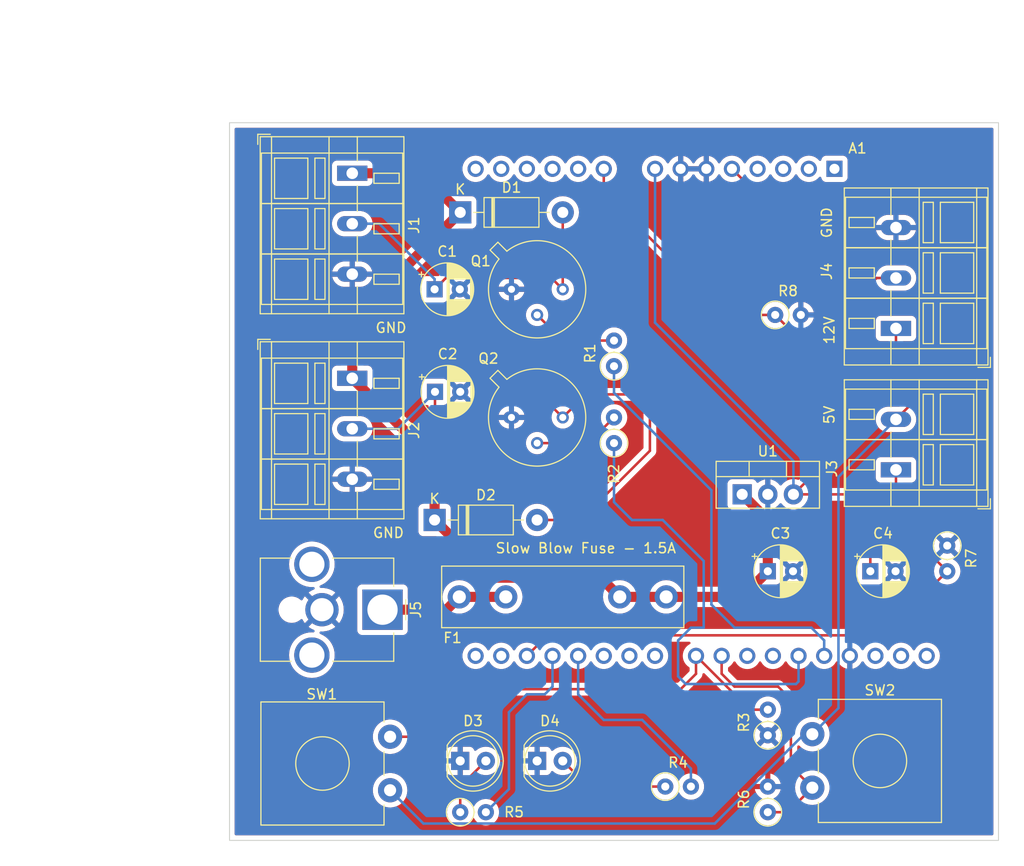
<source format=kicad_pcb>
(kicad_pcb (version 20211014) (generator pcbnew)
  (layers (0 "F.Cu" signal) (31 "B.Cu" signal) (34 "B.Paste" user) (35 "F.Paste" user) (36 "B.SilkS" user "B.Silkscreen") (37 "F.SilkS" user "F.Silkscreen") (38 "B.Mask" user) (39 "F.Mask" user) (44 "Edge.Cuts" user))
  (net 0 "")
  (net 11 "Net-(A1-Pad17)")
  (net 12 "Net-(A1-Pad18)")
  (net 13 "Net-(A1-Pad19)")
  (net 15 "Net-(A1-Pad23)")
  (net 16 "GND")
  (net 19 "+12V")
  (net 20 "Net-(A1-Pad28)")
  (net 24 "Net-(C1-Pad1)")
  (net 26 "Net-(A1-Pad24)")
  (net 27 "Net-(A1-Pad27)")
  (net 28 "Net-(Q1-Pad2)")
  (net 29 "+24V")
  (net 30 "Net-(Q2-Pad2)")
  (net 33 "Net-(D3-Pad2)")
  (net 34 "Net-(D4-Pad2)")
  (net 35 "Net-(C2-Pad1)")
  (net 36 "+5V")
  (net 37 "Net-(F1-Pad1)")
  (net 38 "Net-(J4-Pad2)")
  (footprint "Resistor_THT:R_Axial_DIN0207_L6.3mm_D2.5mm_P2.54mm_Vertical" (layer "F.Cu") (at 119.38 116.586)
    (fp_text reference "R5" (at 5.334 0) (layer "F.SilkS"))
    (fp_text value "220")
    (pad "1" thru_hole circle (at 0 0) (size 1.6 1.6) (drill 0.8) (layers *.Cu *.Mask) (net 33 "Net-(D3-Pad2)"))
    (pad "2" thru_hole oval (at 2.54 0) (size 1.6 1.6) (drill 0.8) (layers *.Cu *.Mask) (net 12 "Net-(A1-Pad18)"))
  )
  (footprint "TerminalBlock_WAGO:TerminalBlock_WAGO_236-102_1x02_P5.00mm_45Degree" (layer "F.Cu") (at 162.56 82.66 90)
    (fp_text reference "J3" (at 0.11 -6.35 90) (layer "F.SilkS"))
    (fp_text value "Screw_Terminal_01x02")
    (pad "1" thru_hole rect (at 0 0 90) (size 1.5 3) (drill 1.15) (layers *.Cu *.Mask) (net 11 "Net-(A1-Pad17)"))
    (pad "2" thru_hole oval (at 5 0 90) (size 1.5 3) (drill 1.15) (layers *.Cu *.Mask) (net 36 "+5V"))
  )
  (footprint "Resistor_THT:R_Axial_DIN0207_L6.3mm_D2.5mm_P2.54mm_Vertical" (layer "F.Cu") (at 167.64 90.17 -90)
    (fp_text reference "R7" (at 1.27 -2.37 90) (layer "F.SilkS"))
    (fp_text value "10k")
    (pad "1" thru_hole circle (at 0 0 270) (size 1.6 1.6) (drill 0.8) (layers *.Cu *.Mask) (net 16 "GND"))
    (pad "2" thru_hole oval (at 2.54 0 270) (size 1.6 1.6) (drill 0.8) (layers *.Cu *.Mask) (net 11 "Net-(A1-Pad17)"))
  )
  (footprint "Resistor_THT:R_Axial_DIN0207_L6.3mm_D2.5mm_P2.54mm_Vertical" (layer "F.Cu") (at 134.62 72.39 90)
    (fp_text reference "R1" (at 1.27 -2.37 90) (layer "F.SilkS"))
    (fp_text value "365")
    (pad "1" thru_hole circle (at 0 0 90) (size 1.6 1.6) (drill 0.8) (layers *.Cu *.Mask) (net 20 "Net-(A1-Pad28)"))
    (pad "2" thru_hole oval (at 2.54 0 90) (size 1.6 1.6) (drill 0.8) (layers *.Cu *.Mask) (net 28 "Net-(Q1-Pad2)"))
  )
  (footprint "Package_TO_SOT_THT:TO-220-3_Vertical" (layer "F.Cu") (at 147.32 85.09)
    (fp_text reference "U1" (at 2.54 -4.27) (layer "F.SilkS"))
    (fp_text value "N7812-1C")
    (pad "1" thru_hole rect (at 0 0) (size 1.905 2) (drill 1.1) (layers *.Cu *.Mask) (net 29 "+24V"))
    (pad "2" thru_hole oval (at 2.54 0) (size 1.905 2) (drill 1.1) (layers *.Cu *.Mask) (net 16 "GND"))
    (pad "3" thru_hole oval (at 5.08 0) (size 1.905 2) (drill 1.1) (layers *.Cu *.Mask) (net 19 "+12V"))
  )
  (footprint "Resistor_THT:R_Axial_DIN0207_L6.3mm_D2.5mm_P2.54mm_Vertical" (layer "F.Cu") (at 149.86 108.966 90)
    (fp_text reference "R3" (at 1.27 -2.37 90) (layer "F.SilkS"))
    (fp_text value "10k")
    (pad "1" thru_hole circle (at 0 0 90) (size 1.6 1.6) (drill 0.8) (layers *.Cu *.Mask) (net 16 "GND"))
    (pad "2" thru_hole oval (at 2.54 0 90) (size 1.6 1.6) (drill 0.8) (layers *.Cu *.Mask) (net 15 "Net-(A1-Pad23)"))
  )
  (footprint "Button_Switch_THT:SW_CW_GPTS203211B" (layer "F.Cu") (at 154.27 108.856)
    (fp_text reference "SW2" (at 6.7 -4.35) (layer "F.SilkS"))
    (fp_text value "SW_Push")
    (pad "1" thru_hole circle (at 0 0) (size 2.4 2.4) (drill 1.2) (layers *.Cu *.Mask) (net 36 "+5V"))
    (pad "2" thru_hole circle (at 0 5.3) (size 2.4 2.4) (drill 1.2) (layers *.Cu *.Mask) (net 26 "Net-(A1-Pad24)"))
  )
  (footprint "TerminalBlock_WAGO:TerminalBlock_WAGO_236-103_1x03_P5.00mm_45Degree" (layer "F.Cu") (at 108.68 73.59 -90)
    (fp_text reference "J2" (at 5.15 -6.12 90) (layer "F.SilkS"))
    (fp_text value "Screw_Terminal_01x03")
    (pad "1" thru_hole rect (at 0 0 270) (size 1.5 3) (drill 1.15) (layers *.Cu *.Mask) (net 29 "+24V"))
    (pad "2" thru_hole oval (at 5 0 270) (size 1.5 3) (drill 1.15) (layers *.Cu *.Mask) (net 35 "Net-(C2-Pad1)"))
    (pad "3" thru_hole oval (at 10 0 270) (size 1.5 3) (drill 1.15) (layers *.Cu *.Mask) (net 16 "GND"))
  )
  (footprint "Resistor_THT:R_Axial_DIN0207_L6.3mm_D2.5mm_P2.54mm_Vertical" (layer "F.Cu") (at 139.7 114.046)
    (fp_text reference "R4" (at 1.27 -2.37) (layer "F.SilkS"))
    (fp_text value "220")
    (pad "1" thru_hole circle (at 0 0) (size 1.6 1.6) (drill 0.8) (layers *.Cu *.Mask) (net 34 "Net-(D4-Pad2)"))
    (pad "2" thru_hole oval (at 2.54 0) (size 1.6 1.6) (drill 0.8) (layers *.Cu *.Mask) (net 13 "Net-(A1-Pad19)"))
  )
  (footprint "Button_Switch_THT:SW_CW_GPTS203211B" (layer "F.Cu") (at 112.43 114.41 180)
    (fp_text reference "SW1" (at 6.766 9.508) (layer "F.SilkS"))
    (fp_text value "SW_Push")
    (pad "1" thru_hole circle (at 0 0 180) (size 2.4 2.4) (drill 1.2) (layers *.Cu *.Mask) (net 36 "+5V"))
    (pad "2" thru_hole circle (at 0 5.3 180) (size 2.4 2.4) (drill 1.2) (layers *.Cu *.Mask) (net 15 "Net-(A1-Pad23)"))
  )
  (footprint "Diode_THT:D_DO-41_SOD81_P10.16mm_Horizontal" (layer "F.Cu") (at 116.84 87.63)
    (fp_text reference "D2" (at 5.08 -2.47) (layer "F.SilkS"))
    (fp_text value "1N4007")
    (fp_text user "K" (at 0 -2.1) (layer "F.SilkS"))
    (pad "1" thru_hole rect (at 0 0) (size 2.2 2.2) (drill 1.1) (layers *.Cu *.Mask) (net 29 "+24V"))
    (pad "2" thru_hole oval (at 10.16 0) (size 2.2 2.2) (drill 1.1) (layers *.Cu *.Mask) (net 35 "Net-(C2-Pad1)"))
  )
  (footprint "Capacitor_THT:CP_Radial_D5.0mm_P2.50mm" (layer "F.Cu") (at 160.02 92.71)
    (fp_text reference "C4" (at 1.25 -3.75) (layer "F.SilkS"))
    (fp_text value "22uF")
    (pad "1" thru_hole rect (at 0 0) (size 1.6 1.6) (drill 0.8) (layers *.Cu *.Mask) (net 19 "+12V"))
    (pad "2" thru_hole circle (at 2.5 0) (size 1.6 1.6) (drill 0.8) (layers *.Cu *.Mask) (net 16 "GND"))
  )
  (footprint "Package_TO_SOT_THT:TO-39-3" (layer "F.Cu") (at 124.46 64.77)
    (fp_text reference "Q1" (at -3.048 -2.794) (layer "F.SilkS"))
    (fp_text value "2N2219")
    (pad "1" thru_hole oval (at 0 0) (size 1.6 1.2) (drill 0.7) (layers *.Cu *.Mask) (net 16 "GND"))
    (pad "2" thru_hole oval (at 2.54 2.54) (size 1.2 1.2) (drill 0.7) (layers *.Cu *.Mask) (net 28 "Net-(Q1-Pad2)"))
    (pad "3" thru_hole oval (at 5.08 0) (size 1.2 1.2) (drill 0.7) (layers *.Cu *.Mask) (net 24 "Net-(C1-Pad1)"))
  )
  (footprint "LED_THT:LED_D5.0mm" (layer "F.Cu") (at 127 111.506)
    (fp_text reference "D4" (at 1.27 -3.96) (layer "F.SilkS"))
    (fp_text value "LED - 2V")
    (pad "1" thru_hole rect (at 0 0) (size 1.8 1.8) (drill 0.9) (layers *.Cu *.Mask) (net 16 "GND"))
    (pad "2" thru_hole circle (at 2.54 0) (size 1.8 1.8) (drill 0.9) (layers *.Cu *.Mask) (net 34 "Net-(D4-Pad2)"))
  )
  (footprint "Capacitor_THT:CP_Radial_D5.0mm_P2.50mm" (layer "F.Cu") (at 149.86 92.71)
    (fp_text reference "C3" (at 1.25 -3.75) (layer "F.SilkS"))
    (fp_text value "10uF")
    (pad "1" thru_hole rect (at 0 0) (size 1.6 1.6) (drill 0.8) (layers *.Cu *.Mask) (net 29 "+24V"))
    (pad "2" thru_hole circle (at 2.5 0) (size 1.6 1.6) (drill 0.8) (layers *.Cu *.Mask) (net 16 "GND"))
  )
  (footprint "TerminalBlock_WAGO:TerminalBlock_WAGO_236-103_1x03_P5.00mm_45Degree" (layer "F.Cu") (at 162.56 68.65 90)
    (fp_text reference "J4" (at 5.658 -6.858 90) (layer "F.SilkS"))
    (fp_text value "Screw_Terminal_01x03 - Inputs")
    (pad "1" thru_hole rect (at 0 0 90) (size 1.5 3) (drill 1.15) (layers *.Cu *.Mask) (net 19 "+12V"))
    (pad "2" thru_hole oval (at 5 0 90) (size 1.5 3) (drill 1.15) (layers *.Cu *.Mask) (net 38 "Net-(J4-Pad2)"))
    (pad "3" thru_hole oval (at 10 0 90) (size 1.5 3) (drill 1.15) (layers *.Cu *.Mask) (net 16 "GND"))
  )
  (footprint "LED_THT:LED_D5.0mm" (layer "F.Cu") (at 119.38 111.506)
    (fp_text reference "D3" (at 1.27 -3.96) (layer "F.SilkS"))
    (fp_text value "LED - 2V")
    (pad "1" thru_hole rect (at 0 0) (size 1.8 1.8) (drill 0.9) (layers *.Cu *.Mask) (net 16 "GND"))
    (pad "2" thru_hole circle (at 2.54 0) (size 1.8 1.8) (drill 0.9) (layers *.Cu *.Mask) (net 33 "Net-(D3-Pad2)"))
  )
  (footprint "Capacitor_THT:CP_Radial_D5.0mm_P2.50mm" (layer "F.Cu") (at 116.84 64.77)
    (fp_text reference "C1" (at 1.25 -3.75) (layer "F.SilkS"))
    (fp_text value "0.01uF")
    (pad "1" thru_hole rect (at 0 0) (size 1.6 1.6) (drill 0.8) (layers *.Cu *.Mask) (net 24 "Net-(C1-Pad1)"))
    (pad "2" thru_hole circle (at 2.5 0) (size 1.6 1.6) (drill 0.8) (layers *.Cu *.Mask) (net 16 "GND"))
  )
  (footprint "Fuse:Fuseholder_Littelfuse_100_series_5x20mm" (layer "F.Cu") (at 119.29 95.25)
    (fp_text reference "F1" (at -0.672 4.064 unlocked) (layer "F.SilkS"))
    (fp_text value "Slow Blow Fuse - 1.5A" (at 12.536 -4.826 unlocked) (layer "F.SilkS"))
    (pad "1" thru_hole circle (at 0 0) (size 2.3 2.3) (drill 1.3) (layers *.Cu *.Mask) (net 37 "Net-(F1-Pad1)"))
    (pad "1" thru_hole circle (at 4.6 0) (size 2.3 2.3) (drill 1.3) (layers *.Cu *.Mask) (net 37 "Net-(F1-Pad1)"))
    (pad "2" thru_hole circle (at 15.9 0) (size 2.3 2.3) (drill 1.3) (layers *.Cu *.Mask) (net 29 "+24V"))
    (pad "2" thru_hole circle (at 20.5 0) (size 2.3 2.3) (drill 1.3) (layers *.Cu *.Mask) (net 29 "+24V"))
  )
  (footprint "Resistor_THT:R_Axial_DIN0207_L6.3mm_D2.5mm_P2.54mm_Vertical" (layer "F.Cu") (at 134.62 80.01 90)
    (fp_text reference "R2" (at -3.048 0 90) (layer "F.SilkS"))
    (fp_text value "365")
    (pad "1" thru_hole circle (at 0 0 90) (size 1.6 1.6) (drill 0.8) (layers *.Cu *.Mask) (net 27 "Net-(A1-Pad27)"))
    (pad "2" thru_hole oval (at 2.54 0 90) (size 1.6 1.6) (drill 0.8) (layers *.Cu *.Mask) (net 30 "Net-(Q2-Pad2)"))
  )
  (footprint "TerminalBlock_WAGO:TerminalBlock_WAGO_236-103_1x03_P5.00mm_45Degree" (layer "F.Cu") (at 108.68 53.27 -90)
    (fp_text reference "J1" (at 5.15 -6.12 90) (layer "F.SilkS"))
    (fp_text value "Screw_Terminal_01x03")
    (pad "1" thru_hole rect (at 0 0 270) (size 1.5 3) (drill 1.15) (layers *.Cu *.Mask) (net 29 "+24V"))
    (pad "2" thru_hole oval (at 5 0 270) (size 1.5 3) (drill 1.15) (layers *.Cu *.Mask) (net 24 "Net-(C1-Pad1)"))
    (pad "3" thru_hole oval (at 10 0 270) (size 1.5 3) (drill 1.15) (layers *.Cu *.Mask) (net 16 "GND"))
  )
  (footprint "Connector_BarrelJack:BarrelJack_CUI_PJ-063AH_Horizontal_CircularHoles" (layer "F.Cu") (at 111.68 96.52 -90)
    (fp_text reference "J5" (at 0 -3.3 90) (layer "F.SilkS"))
    (fp_text value "Barrel_Jack")
    (pad "" np_thru_hole circle (at 0 9 270) (size 1.6 1.6) (drill 1.6) (layers *.Cu *.Mask))
    (pad "1" thru_hole rect (at 0 0 270) (size 4 4) (drill 3) (layers *.Cu *.Mask) (net 37 "Net-(F1-Pad1)"))
    (pad "2" thru_hole circle (at 0 6 270) (size 3.3 3.3) (drill 2.3) (layers *.Cu *.Mask) (net 16 "GND"))
    (pad "MP" thru_hole circle (at 4.5 7 270) (size 3.5 3.5) (drill 2.5) (layers *.Cu *.Mask))
    (pad "MP" thru_hole circle (at -4.5 7 270) (size 3.5 3.5) (drill 2.5) (layers *.Cu *.Mask))
  )
  (footprint "Diode_THT:D_DO-41_SOD81_P10.16mm_Horizontal" (layer "F.Cu") (at 119.38 57.15)
    (fp_text reference "D1" (at 5.08 -2.47) (layer "F.SilkS"))
    (fp_text value "1N4007")
    (fp_text user "K" (at 0 -2.286) (layer "F.SilkS"))
    (pad "1" thru_hole rect (at 0 0) (size 2.2 2.2) (drill 1.1) (layers *.Cu *.Mask) (net 29 "+24V"))
    (pad "2" thru_hole oval (at 10.16 0) (size 2.2 2.2) (drill 1.1) (layers *.Cu *.Mask) (net 24 "Net-(C1-Pad1)"))
  )
  (footprint "Package_TO_SOT_THT:TO-39-3" (layer "F.Cu") (at 124.46 77.47)
    (fp_text reference "Q2" (at -2.286 -5.842) (layer "F.SilkS"))
    (fp_text value "2N2219")
    (pad "1" thru_hole oval (at 0 0) (size 1.6 1.2) (drill 0.7) (layers *.Cu *.Mask) (net 16 "GND"))
    (pad "2" thru_hole oval (at 2.54 2.54) (size 1.2 1.2) (drill 0.7) (layers *.Cu *.Mask) (net 30 "Net-(Q2-Pad2)"))
    (pad "3" thru_hole oval (at 5.08 0) (size 1.2 1.2) (drill 0.7) (layers *.Cu *.Mask) (net 35 "Net-(C2-Pad1)"))
  )
  (footprint "Resistor_THT:R_Axial_DIN0207_L6.3mm_D2.5mm_P2.54mm_Vertical" (layer "F.Cu") (at 149.86 116.586 90)
    (fp_text reference "R6" (at 1.27 -2.37 90) (layer "F.SilkS"))
    (fp_text value "10k")
    (pad "1" thru_hole circle (at 0 0 90) (size 1.6 1.6) (drill 0.8) (layers *.Cu *.Mask) (net 26 "Net-(A1-Pad24)"))
    (pad "2" thru_hole oval (at 2.54 0 90) (size 1.6 1.6) (drill 0.8) (layers *.Cu *.Mask) (net 16 "GND"))
  )
  (footprint "Resistor_THT:R_Axial_DIN0207_L6.3mm_D2.5mm_P2.54mm_Vertical" (layer "F.Cu") (at 150.593 67.31)
    (fp_text reference "R8" (at 1.27 -2.37) (layer "F.SilkS"))
    (fp_text value "250")
    (pad "1" thru_hole circle (at 0 0) (size 1.6 1.6) (drill 0.8) (layers *.Cu *.Mask) (net 38 "Net-(J4-Pad2)"))
    (pad "2" thru_hole oval (at 2.54 0) (size 1.6 1.6) (drill 0.8) (layers *.Cu *.Mask) (net 16 "GND"))
  )
  (footprint "Capacitor_THT:CP_Radial_D5.0mm_P2.50mm" (layer "F.Cu") (at 116.88 74.93)
    (fp_text reference "C2" (at 1.25 -3.75) (layer "F.SilkS"))
    (fp_text value "0.01uF")
    (pad "1" thru_hole rect (at 0 0) (size 1.6 1.6) (drill 0.8) (layers *.Cu *.Mask) (net 35 "Net-(C2-Pad1)"))
    (pad "2" thru_hole circle (at 2.5 0) (size 1.6 1.6) (drill 0.8) (layers *.Cu *.Mask) (net 16 "GND"))
  )
  (footprint "Module:Arduino_UNO_R3" (layer "B.Cu") (at 156.466 52.832 180)
    (fp_text reference "A1" (at -2.284 2.032) (layer "F.SilkS"))
    (fp_text value "Arduino_UNO_R3")
    (pad "1" thru_hole rect (at 0 0 90) (size 1.6 1.6) (drill 1) (layers *.Cu *.Mask))
    (pad "2" thru_hole oval (at 2.54 0 90) (size 1.6 1.6) (drill 1) (layers *.Cu *.Mask))
    (pad "3" thru_hole oval (at 5.08 0 90) (size 1.6 1.6) (drill 1) (layers *.Cu *.Mask))
    (pad "4" thru_hole oval (at 7.62 0 90) (size 1.6 1.6) (drill 1) (layers *.Cu *.Mask))
    (pad "5" thru_hole oval (at 10.16 0 90) (size 1.6 1.6) (drill 1) (layers *.Cu *.Mask) (net 36 "+5V"))
    (pad "6" thru_hole oval (at 12.7 0 90) (size 1.6 1.6) (drill 1) (layers *.Cu *.Mask) (net 16 "GND"))
    (pad "7" thru_hole oval (at 15.24 0 90) (size 1.6 1.6) (drill 1) (layers *.Cu *.Mask) (net 16 "GND"))
    (pad "8" thru_hole oval (at 17.78 0 90) (size 1.6 1.6) (drill 1) (layers *.Cu *.Mask) (net 19 "+12V"))
    (pad "9" thru_hole oval (at 22.86 0 90) (size 1.6 1.6) (drill 1) (layers *.Cu *.Mask) (net 38 "Net-(J4-Pad2)"))
    (pad "10" thru_hole oval (at 25.4 0 90) (size 1.6 1.6) (drill 1) (layers *.Cu *.Mask))
    (pad "11" thru_hole oval (at 27.94 0 90) (size 1.6 1.6) (drill 1) (layers *.Cu *.Mask))
    (pad "12" thru_hole oval (at 30.48 0 90) (size 1.6 1.6) (drill 1) (layers *.Cu *.Mask))
    (pad "13" thru_hole oval (at 33.02 0 90) (size 1.6 1.6) (drill 1) (layers *.Cu *.Mask))
    (pad "14" thru_hole oval (at 35.56 0 90) (size 1.6 1.6) (drill 1) (layers *.Cu *.Mask))
    (pad "15" thru_hole oval (at 35.56 -48.26 90) (size 1.6 1.6) (drill 1) (layers *.Cu *.Mask))
    (pad "16" thru_hole oval (at 33.02 -48.26 90) (size 1.6 1.6) (drill 1) (layers *.Cu *.Mask))
    (pad "17" thru_hole oval (at 30.48 -48.26 90) (size 1.6 1.6) (drill 1) (layers *.Cu *.Mask) (net 11 "Net-(A1-Pad17)"))
    (pad "18" thru_hole oval (at 27.94 -48.26 90) (size 1.6 1.6) (drill 1) (layers *.Cu *.Mask) (net 12 "Net-(A1-Pad18)"))
    (pad "19" thru_hole oval (at 25.4 -48.26 90) (size 1.6 1.6) (drill 1) (layers *.Cu *.Mask) (net 13 "Net-(A1-Pad19)"))
    (pad "20" thru_hole oval (at 22.86 -48.26 90) (size 1.6 1.6) (drill 1) (layers *.Cu *.Mask))
    (pad "21" thru_hole oval (at 20.32 -48.26 90) (size 1.6 1.6) (drill 1) (layers *.Cu *.Mask))
    (pad "22" thru_hole oval (at 17.78 -48.26 90) (size 1.6 1.6) (drill 1) (layers *.Cu *.Mask))
    (pad "23" thru_hole oval (at 13.72 -48.26 90) (size 1.6 1.6) (drill 1) (layers *.Cu *.Mask) (net 15 "Net-(A1-Pad23)"))
    (pad "24" thru_hole oval (at 11.18 -48.26 90) (size 1.6 1.6) (drill 1) (layers *.Cu *.Mask) (net 26 "Net-(A1-Pad24)"))
    (pad "25" thru_hole oval (at 8.64 -48.26 90) (size 1.6 1.6) (drill 1) (layers *.Cu *.Mask))
    (pad "26" thru_hole oval (at 6.1 -48.26 90) (size 1.6 1.6) (drill 1) (layers *.Cu *.Mask))
    (pad "27" thru_hole oval (at 3.56 -48.26 90) (size 1.6 1.6) (drill 1) (layers *.Cu *.Mask) (net 27 "Net-(A1-Pad27)"))
    (pad "28" thru_hole oval (at 1.02 -48.26 90) (size 1.6 1.6) (drill 1) (layers *.Cu *.Mask) (net 20 "Net-(A1-Pad28)"))
    (pad "29" thru_hole oval (at -1.52 -48.26 90) (size 1.6 1.6) (drill 1) (layers *.Cu *.Mask) (net 16 "GND"))
    (pad "30" thru_hole oval (at -4.06 -48.26 90) (size 1.6 1.6) (drill 1) (layers *.Cu *.Mask))
    (pad "31" thru_hole oval (at -6.6 -48.26 90) (size 1.6 1.6) (drill 1) (layers *.Cu *.Mask))
    (pad "32" thru_hole oval (at -9.14 -48.26 90) (size 1.6 1.6) (drill 1) (layers *.Cu *.Mask))
  )
  (gr_rect (start 96.52 48.26) (end 172.72 119.38) (layer "Edge.Cuts") (width 0.1) (fill none))
  (gr_text "GND" (at 112.268 88.9) (layer "F.SilkS") (effects (font (size 1 1))))
  (gr_text "12V" (at 155.956 68.834 90) (layer "F.SilkS") (effects (font (size 1 1))))
  (gr_text "GND" (at 155.702 58.166 90) (layer "F.SilkS") (effects (font (size 1 1))))
  (gr_text "5V" (at 155.956 77.216 90) (layer "F.SilkS") (effects (font (size 1 1))))
  (gr_text "GND" (at 112.522 68.58) (layer "F.SilkS") (effects (font (size 1 1))))
  (segment (start 167.64 92.71) (end 162.56 87.63) (width 0.25) (layer "F.Cu") (net 11))
  (segment (start 128.018 99.06) (end 161.29 99.06) (width 0.25) (layer "F.Cu") (net 11))
  (segment (start 161.29 99.06) (end 167.64 92.71) (width 0.25) (layer "F.Cu") (net 11))
  (segment (start 162.56 87.63) (end 162.56 82.66) (width 0.25) (layer "F.Cu") (net 11))
  (segment (start 125.986 101.092) (end 128.018 99.06) (width 0.25) (layer "F.Cu") (net 11))
  (segment (start 121.92 116.586) (end 124.206 114.3) (width 0.25) (layer "B.Cu") (net 12))
  (segment (start 127.762 104.902) (end 128.526 104.138) (width 0.25) (layer "B.Cu") (net 12))
  (segment (start 125.984 104.902) (end 127.762 104.902) (width 0.25) (layer "B.Cu") (net 12))
  (segment (start 124.206 114.3) (end 124.206 106.68) (width 0.25) (layer "B.Cu") (net 12))
  (segment (start 128.526 104.138) (end 128.526 101.092) (width 0.25) (layer "B.Cu") (net 12))
  (segment (start 124.206 106.68) (end 125.984 104.902) (width 0.25) (layer "B.Cu") (net 12))
  (segment (start 142.24 112.268) (end 137.414 107.442) (width 0.25) (layer "B.Cu") (net 13))
  (segment (start 133.604 107.442) (end 131.066 104.904) (width 0.25) (layer "B.Cu") (net 13))
  (segment (start 131.066 104.904) (end 131.066 101.092) (width 0.25) (layer "B.Cu") (net 13))
  (segment (start 142.24 114.046) (end 142.24 112.268) (width 0.25) (layer "B.Cu") (net 13))
  (segment (start 137.414 107.442) (end 133.604 107.442) (width 0.25) (layer "B.Cu") (net 13))
  (segment (start 149.86 106.426) (end 148.08 106.426) (width 0.25) (layer "F.Cu") (net 15))
  (segment (start 142.746 102.872) (end 142.746 101.092) (width 0.25) (layer "F.Cu") (net 15))
  (segment (start 141.224 104.394) (end 142.746 102.872) (width 0.25) (layer "F.Cu") (net 15))
  (segment (start 119.634 104.394) (end 141.224 104.394) (width 0.25) (layer "F.Cu") (net 15))
  (segment (start 112.43 109.11) (end 114.918 109.11) (width 0.25) (layer "F.Cu") (net 15))
  (segment (start 114.918 109.11) (end 119.634 104.394) (width 0.25) (layer "F.Cu") (net 15))
  (segment (start 148.08 106.426) (end 142.746 101.092) (width 0.25) (layer "F.Cu") (net 15))
  (segment (start 152.4 85.09) (end 158.496 85.09) (width 0.25) (layer "F.Cu") (net 19))
  (segment (start 158.496 85.09) (end 160.02 86.614) (width 0.25) (layer "F.Cu") (net 19))
  (segment (start 153.924 83.566) (end 152.4 85.09) (width 0.25) (layer "F.Cu") (net 19))
  (segment (start 153.924 80.518) (end 153.924 83.566) (width 0.25) (layer "F.Cu") (net 19))
  (segment (start 162.56 68.65) (end 162.56 71.882) (width 0.25) (layer "F.Cu") (net 19))
  (segment (start 160.02 86.614) (end 160.02 92.71) (width 0.25) (layer "F.Cu") (net 19))
  (segment (start 162.56 71.882) (end 153.924 80.518) (width 0.25) (layer "F.Cu") (net 19))
  (segment (start 152.4 81.788) (end 138.684 68.072) (width 0.25) (layer "B.Cu") (net 19))
  (segment (start 138.686 68.07) (end 138.686 52.832) (width 0.25) (layer "B.Cu") (net 19))
  (segment (start 138.684 68.072) (end 138.686 68.07) (width 0.25) (layer "B.Cu") (net 19))
  (segment (start 152.4 85.09) (end 152.4 81.788) (width 0.25) (layer "B.Cu") (net 19))
  (segment (start 134.62 75.034511) (end 144.272 84.686511) (width 0.25) (layer "B.Cu") (net 20))
  (segment (start 154.178 98.298) (end 155.446 99.566) (width 0.25) (layer "B.Cu") (net 20))
  (segment (start 134.62 72.39) (end 134.62 75.034511) (width 0.25) (layer "B.Cu") (net 20))
  (segment (start 144.272 96.012) (end 146.558 98.298) (width 0.25) (layer "B.Cu") (net 20))
  (segment (start 155.446 99.566) (end 155.446 101.092) (width 0.25) (layer "B.Cu") (net 20))
  (segment (start 146.558 98.298) (end 154.178 98.298) (width 0.25) (layer "B.Cu") (net 20))
  (segment (start 144.272 84.686511) (end 144.272 96.012) (width 0.25) (layer "B.Cu") (net 20))
  (segment (start 128.415489 63.645489) (end 129.54 64.77) (width 0.25) (layer "F.Cu") (net 24))
  (segment (start 117.964511 63.645489) (end 128.415489 63.645489) (width 0.25) (layer "F.Cu") (net 24))
  (segment (start 129.54 57.15) (end 129.54 64.77) (width 0.25) (layer "F.Cu") (net 24))
  (segment (start 116.84 64.77) (end 117.964511 63.645489) (width 0.25) (layer "F.Cu") (net 24))
  (segment (start 108.68 58.27) (end 111.356 58.27) (width 0.25) (layer "B.Cu") (net 24))
  (segment (start 111.356 58.27) (end 116.84 63.754) (width 0.25) (layer "B.Cu") (net 24))
  (segment (start 116.84 63.754) (end 116.84 64.77) (width 0.25) (layer "B.Cu") (net 24))
  (segment (start 149.86 116.586) (end 151.84 116.586) (width 0.25) (layer "F.Cu") (net 26))
  (segment (start 154.27 114.156) (end 152.146 112.032) (width 0.25) (layer "F.Cu") (net 26))
  (segment (start 145.286 102.868) (end 145.286 101.092) (width 0.25) (layer "F.Cu") (net 26))
  (segment (start 152.146 112.032) (end 152.146 105.41) (width 0.25) (layer "F.Cu") (net 26))
  (segment (start 151.84 116.586) (end 154.27 114.156) (width 0.25) (layer "F.Cu") (net 26))
  (segment (start 146.558 104.14) (end 145.286 102.868) (width 0.25) (layer "F.Cu") (net 26))
  (segment (start 152.146 105.41) (end 150.876 104.14) (width 0.25) (layer "F.Cu") (net 26))
  (segment (start 150.876 104.14) (end 146.558 104.14) (width 0.25) (layer "F.Cu") (net 26))
  (segment (start 143.51 91.694) (end 139.446 87.63) (width 0.25) (layer "B.Cu") (net 27))
  (segment (start 143.51 98.298) (end 143.51 91.694) (width 0.25) (layer "B.Cu") (net 27))
  (segment (start 140.97 103.124) (end 140.97 99.568) (width 0.25) (layer "B.Cu") (net 27))
  (segment (start 134.62 85.852) (end 134.62 80.01) (width 0.25) (layer "B.Cu") (net 27))
  (segment (start 152.906 101.092) (end 152.906 103.634) (width 0.25) (layer "B.Cu") (net 27))
  (segment (start 140.97 99.568) (end 142.24 98.298) (width 0.25) (layer "B.Cu") (net 27))
  (segment (start 136.398 87.63) (end 134.62 85.852) (width 0.25) (layer "B.Cu") (net 27))
  (segment (start 142.24 98.298) (end 143.51 98.298) (width 0.25) (layer "B.Cu") (net 27))
  (segment (start 152.654 103.886) (end 141.732 103.886) (width 0.25) (layer "B.Cu") (net 27))
  (segment (start 141.732 103.886) (end 140.97 103.124) (width 0.25) (layer "B.Cu") (net 27))
  (segment (start 152.906 103.634) (end 152.654 103.886) (width 0.25) (layer "B.Cu") (net 27))
  (segment (start 139.446 87.63) (end 136.398 87.63) (width 0.25) (layer "B.Cu") (net 27))
  (segment (start 127 67.31) (end 129.54 69.85) (width 0.25) (layer "F.Cu") (net 28))
  (segment (start 129.54 69.85) (end 134.62 69.85) (width 0.25) (layer "F.Cu") (net 28))
  (segment (start 113.792 53.34) (end 113.722 53.27) (width 1) (layer "F.Cu") (net 29))
  (segment (start 113.722 53.27) (end 108.68 53.27) (width 1) (layer "F.Cu") (net 29))
  (segment (start 135.19 95.25) (end 139.79 95.25) (width 1) (layer "F.Cu") (net 29))
  (segment (start 133.290489 93.350489) (end 122.560489 93.350489) (width 1) (layer "F.Cu") (net 29))
  (segment (start 122.560489 93.350489) (end 116.84 87.63) (width 1) (layer "F.Cu") (net 29))
  (segment (start 115.57 53.34) (end 113.792 53.34) (width 1) (layer "F.Cu") (net 29))
  (segment (start 116.84 87.63) (end 116.84 81.75) (width 1) (layer "F.Cu") (net 29))
  (segment (start 139.79 95.25) (end 147.32 95.25) (width 1) (layer "F.Cu") (net 29))
  (segment (start 135.19 95.25) (end 133.290489 93.350489) (width 1) (layer "F.Cu") (net 29))
  (segment (start 108.68 73.59) (end 108.68 67.85) (width 1) (layer "F.Cu") (net 29))
  (segment (start 108.68 67.85) (end 119.38 57.15) (width 1) (layer "F.Cu") (net 29))
  (segment (start 149.86 87.63) (end 147.32 85.09) (width 1) (layer "F.Cu") (net 29))
  (segment (start 149.86 92.71) (end 149.86 87.63) (width 1) (layer "F.Cu") (net 29))
  (segment (start 119.38 57.15) (end 115.57 53.34) (width 1) (layer "F.Cu") (net 29))
  (segment (start 147.32 95.25) (end 149.86 92.71) (width 1) (layer "F.Cu") (net 29))
  (segment (start 116.84 81.75) (end 108.68 73.59) (width 1) (layer "F.Cu") (net 29))
  (segment (start 134.62 77.47) (end 132.08 80.01) (width 0.25) (layer "F.Cu") (net 30))
  (segment (start 132.08 80.01) (end 127 80.01) (width 0.25) (layer "F.Cu") (net 30))
  (segment (start 119.38 116.586) (end 119.38 114.046) (width 0.25) (layer "F.Cu") (net 33))
  (segment (start 119.38 114.046) (end 121.92 111.506) (width 0.25) (layer "F.Cu") (net 33))
  (segment (start 132.08 114.046) (end 139.7 114.046) (width 0.25) (layer "F.Cu") (net 34))
  (segment (start 129.54 111.506) (end 132.08 114.046) (width 0.25) (layer "F.Cu") (net 34))
  (segment (start 129.54 77.47) (end 128.61548 76.54548) (width 0.25) (layer "F.Cu") (net 35))
  (segment (start 122.936 75.692) (end 119.888 78.74) (width 0.25) (layer "F.Cu") (net 35))
  (segment (start 131.318 87.63) (end 138.176 80.772) (width 0.25) (layer "F.Cu") (net 35))
  (segment (start 125.476 75.692) (end 122.936 75.692) (width 0.25) (layer "F.Cu") (net 35))
  (segment (start 116.88 78.018) (end 116.88 74.93) (width 0.25) (layer "F.Cu") (net 35))
  (segment (start 137.668 75.184) (end 131.826 75.184) (width 0.25) (layer "F.Cu") (net 35))
  (segment (start 128.61548 76.54548) (end 126.32948 76.54548) (width 0.25) (layer "F.Cu") (net 35))
  (segment (start 138.176 80.772) (end 138.176 75.692) (width 0.25) (layer "F.Cu") (net 35))
  (segment (start 119.888 78.74) (end 117.602 78.74) (width 0.25) (layer "F.Cu") (net 35))
  (segment (start 117.602 78.74) (end 116.88 78.018) (width 0.25) (layer "F.Cu") (net 35))
  (segment (start 138.176 75.692) (end 137.668 75.184) (width 0.25) (layer "F.Cu") (net 35))
  (segment (start 131.826 75.184) (end 129.54 77.47) (width 0.25) (layer "F.Cu") (net 35))
  (segment (start 126.32948 76.54548) (end 125.476 75.692) (width 0.25) (layer "F.Cu") (net 35))
  (segment (start 127 87.63) (end 131.318 87.63) (width 0.25) (layer "F.Cu") (net 35))
  (segment (start 113.22 78.59) (end 116.88 74.93) (width 0.25) (layer "B.Cu") (net 35))
  (segment (start 108.68 78.59) (end 113.22 78.59) (width 0.25) (layer "B.Cu") (net 35))
  (segment (start 164.592 55.626) (end 149.098 55.626) (width 0.25) (layer "F.Cu") (net 36))
  (segment (start 149.098 55.624) (end 146.306 52.832) (width 0.25) (layer "F.Cu") (net 36))
  (segment (start 166.878 73.342) (end 166.878 57.912) (width 0.25) (layer "F.Cu") (net 36))
  (segment (start 149.098 55.626) (end 149.098 55.624) (width 0.25) (layer "F.Cu") (net 36))
  (segment (start 166.878 57.912) (end 164.592 55.626) (width 0.25) (layer "F.Cu") (net 36))
  (segment (start 162.56 77.66) (end 166.878 73.342) (width 0.25) (layer "F.Cu") (net 36))
  (segment (start 144.605189 117.710511) (end 153.4597 108.856) (width 0.25) (layer "B.Cu") (net 36))
  (segment (start 156.861489 83.358511) (end 162.56 77.66) (width 0.25) (layer "B.Cu") (net 36))
  (segment (start 154.27 108.856) (end 156.861489 106.264511) (width 0.25) (layer "B.Cu") (net 36))
  (segment (start 156.861489 106.264511) (end 156.861489 83.358511) (width 0.25) (layer "B.Cu") (net 36))
  (segment (start 112.43 114.41) (end 115.730511 117.710511) (width 0.25) (layer "B.Cu") (net 36))
  (segment (start 115.730511 117.710511) (end 144.605189 117.710511) (width 0.25) (layer "B.Cu") (net 36))
  (segment (start 153.4597 108.856) (end 154.27 108.856) (width 0.25) (layer "B.Cu") (net 36))
  (segment (start 118.02 96.52) (end 119.29 95.25) (width 1) (layer "F.Cu") (net 37))
  (segment (start 119.29 95.25) (end 123.89 95.25) (width 1) (layer "F.Cu") (net 37))
  (segment (start 111.68 96.52) (end 118.02 96.52) (width 1) (layer "F.Cu") (net 37))
  (segment (start 133.606 52.832) (end 133.606 55.12) (width 0.25) (layer "F.Cu") (net 38))
  (segment (start 145.796 67.31) (end 150.593 67.31) (width 0.25) (layer "F.Cu") (net 38))
  (segment (start 150.593 67.31) (end 152.371 69.088) (width 0.25) (layer "F.Cu") (net 38))
  (segment (start 133.606 55.12) (end 145.796 67.31) (width 0.25) (layer "F.Cu") (net 38))
  (segment (start 152.371 69.088) (end 155.194 69.088) (width 0.25) (layer "F.Cu") (net 38))
  (segment (start 160.632 63.65) (end 162.56 63.65) (width 0.25) (layer "F.Cu") (net 38))
  (segment (start 155.194 69.088) (end 160.632 63.65) (width 0.25) (layer "F.Cu") (net 38))
  (zone (net 16) (net_name "GND") (layer "F.Cu") (connect_pads (clearance 0.508)) (min_thickness 0.254) (fill yes (thermal_gap 0.508) (thermal_bridge_width 0.508))
    (polygon (pts (xy 175.26 121.92) (xy 93.98 121.92) (xy 93.98 45.72) (xy 175.26 45.72)))
  )
  (zone (net 16) (net_name "GND") (layer "B.Cu") (connect_pads (clearance 0.508)) (min_thickness 0.254) (fill yes (thermal_gap 0.508) (thermal_bridge_width 0.508))
    (polygon (pts (xy 175.26 121.92) (xy 93.98 121.92) (xy 93.98 45.72) (xy 175.26 45.72)))
  )
)
</source>
